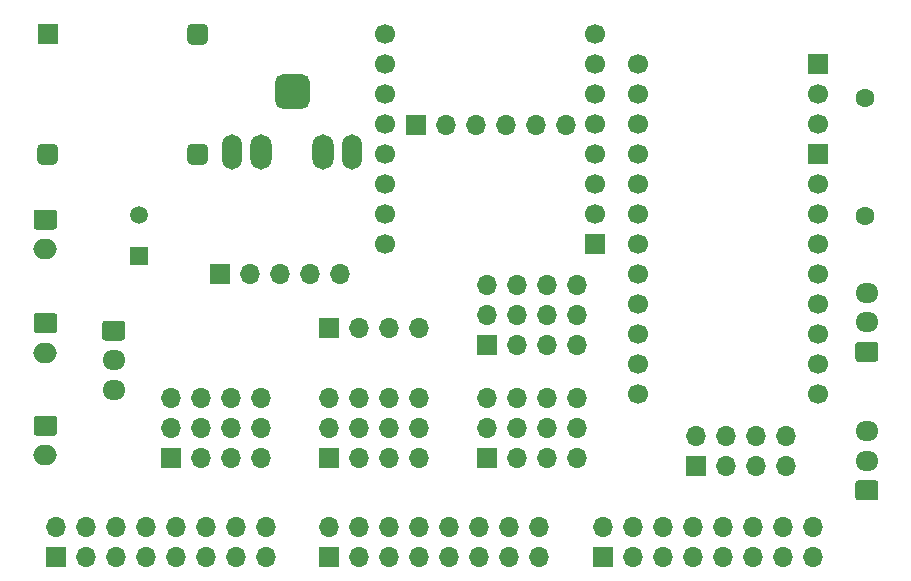
<source format=gbr>
%TF.GenerationSoftware,KiCad,Pcbnew,5.1.10*%
%TF.CreationDate,2021-06-07T03:59:32+08:00*%
%TF.ProjectId,HappyAAC-Type-A,48617070-7941-4414-932d-547970652d41,2d*%
%TF.SameCoordinates,Original*%
%TF.FileFunction,Soldermask,Bot*%
%TF.FilePolarity,Negative*%
%FSLAX46Y46*%
G04 Gerber Fmt 4.6, Leading zero omitted, Abs format (unit mm)*
G04 Created by KiCad (PCBNEW 5.1.10) date 2021-06-07 03:59:32*
%MOMM*%
%LPD*%
G01*
G04 APERTURE LIST*
%ADD10C,1.700000*%
%ADD11R,1.700000X1.700000*%
%ADD12O,1.700000X1.700000*%
%ADD13R,1.800000X1.800000*%
%ADD14O,1.700000X3.000000*%
%ADD15O,1.800000X3.000000*%
%ADD16C,1.500000*%
%ADD17R,1.500000X1.500000*%
%ADD18O,1.950000X1.700000*%
%ADD19C,1.600000*%
%ADD20O,2.000000X1.700000*%
G04 APERTURE END LIST*
D10*
%TO.C,U3*%
X117602600Y-56261000D03*
X117602600Y-58801000D03*
X117602600Y-51181000D03*
X117602600Y-53721000D03*
X132842600Y-51181000D03*
X132842600Y-56261000D03*
X132842600Y-58801000D03*
X132842600Y-53721000D03*
X117602600Y-30861000D03*
X117602600Y-33401000D03*
X117602600Y-35941000D03*
X117602600Y-38481000D03*
X117602600Y-41021000D03*
X117602600Y-43561000D03*
X117602600Y-46101000D03*
X117602600Y-48641000D03*
X132842600Y-48641000D03*
X132842600Y-46101000D03*
X132842600Y-43561000D03*
X132842600Y-41021000D03*
D11*
X132842600Y-38481000D03*
D10*
X132842600Y-35941000D03*
X132842600Y-33401000D03*
D11*
X132842600Y-30861000D03*
%TD*%
D12*
%TO.C,J11*%
X111556800Y-35991800D03*
X109016800Y-35991800D03*
X106476800Y-35991800D03*
X103936800Y-35991800D03*
X101396800Y-35991800D03*
D11*
X98856800Y-35991800D03*
%TD*%
%TO.C,U2*%
G36*
G01*
X79440200Y-28771000D02*
X79440200Y-27871000D01*
G75*
G02*
X79890200Y-27421000I450000J0D01*
G01*
X80790200Y-27421000D01*
G75*
G02*
X81240200Y-27871000I0J-450000D01*
G01*
X81240200Y-28771000D01*
G75*
G02*
X80790200Y-29221000I-450000J0D01*
G01*
X79890200Y-29221000D01*
G75*
G02*
X79440200Y-28771000I0J450000D01*
G01*
G37*
G36*
G01*
X79440200Y-38931000D02*
X79440200Y-38031000D01*
G75*
G02*
X79890200Y-37581000I450000J0D01*
G01*
X80790200Y-37581000D01*
G75*
G02*
X81240200Y-38031000I0J-450000D01*
G01*
X81240200Y-38931000D01*
G75*
G02*
X80790200Y-39381000I-450000J0D01*
G01*
X79890200Y-39381000D01*
G75*
G02*
X79440200Y-38931000I0J450000D01*
G01*
G37*
G36*
G01*
X66740200Y-38931000D02*
X66740200Y-38031000D01*
G75*
G02*
X67190200Y-37581000I450000J0D01*
G01*
X68090200Y-37581000D01*
G75*
G02*
X68540200Y-38031000I0J-450000D01*
G01*
X68540200Y-38931000D01*
G75*
G02*
X68090200Y-39381000I-450000J0D01*
G01*
X67190200Y-39381000D01*
G75*
G02*
X66740200Y-38931000I0J450000D01*
G01*
G37*
D13*
X67640200Y-28321000D03*
%TD*%
%TO.C,J18*%
G36*
G01*
X89866600Y-32417000D02*
X89866600Y-33917000D01*
G75*
G02*
X89116600Y-34667000I-750000J0D01*
G01*
X87616600Y-34667000D01*
G75*
G02*
X86866600Y-33917000I0J750000D01*
G01*
X86866600Y-32417000D01*
G75*
G02*
X87616600Y-31667000I750000J0D01*
G01*
X89116600Y-31667000D01*
G75*
G02*
X89866600Y-32417000I0J-750000D01*
G01*
G37*
D14*
X93451600Y-38267000D03*
X83281600Y-38277800D03*
D15*
X90996600Y-38267000D03*
X85736600Y-38267000D03*
%TD*%
D16*
%TO.C,C1*%
X75387200Y-43601700D03*
D17*
X75387200Y-47101700D03*
%TD*%
D18*
%TO.C,J1*%
X137004000Y-61941100D03*
X137004000Y-64441100D03*
G36*
G01*
X137729000Y-67791100D02*
X136279000Y-67791100D01*
G75*
G02*
X136029000Y-67541100I0J250000D01*
G01*
X136029000Y-66341100D01*
G75*
G02*
X136279000Y-66091100I250000J0D01*
G01*
X137729000Y-66091100D01*
G75*
G02*
X137979000Y-66341100I0J-250000D01*
G01*
X137979000Y-67541100D01*
G75*
G02*
X137729000Y-67791100I-250000J0D01*
G01*
G37*
%TD*%
%TO.C,J2*%
X73228200Y-58403500D03*
X73228200Y-55903500D03*
G36*
G01*
X72503200Y-52553500D02*
X73953200Y-52553500D01*
G75*
G02*
X74203200Y-52803500I0J-250000D01*
G01*
X74203200Y-54003500D01*
G75*
G02*
X73953200Y-54253500I-250000J0D01*
G01*
X72503200Y-54253500D01*
G75*
G02*
X72253200Y-54003500I0J250000D01*
G01*
X72253200Y-52803500D01*
G75*
G02*
X72503200Y-52553500I250000J0D01*
G01*
G37*
%TD*%
%TO.C,J3*%
X137004000Y-50206900D03*
X137004000Y-52706900D03*
G36*
G01*
X137729000Y-56056900D02*
X136279000Y-56056900D01*
G75*
G02*
X136029000Y-55806900I0J250000D01*
G01*
X136029000Y-54606900D01*
G75*
G02*
X136279000Y-54356900I250000J0D01*
G01*
X137729000Y-54356900D01*
G75*
G02*
X137979000Y-54606900I0J-250000D01*
G01*
X137979000Y-55806900D01*
G75*
G02*
X137729000Y-56056900I-250000J0D01*
G01*
G37*
%TD*%
D19*
%TO.C,R1*%
X136804000Y-43705700D03*
X136804000Y-33705700D03*
%TD*%
D12*
%TO.C,J4*%
X130162000Y-62372200D03*
X130162000Y-64912200D03*
X127622000Y-62372200D03*
X127622000Y-64912200D03*
X125082000Y-62372200D03*
X125082000Y-64912200D03*
X122542000Y-62372200D03*
D11*
X122542000Y-64912200D03*
%TD*%
%TO.C,J5*%
X68306400Y-72585900D03*
D12*
X68306400Y-70045900D03*
X70846400Y-72585900D03*
X70846400Y-70045900D03*
X73386400Y-72585900D03*
X73386400Y-70045900D03*
X75926400Y-72585900D03*
X75926400Y-70045900D03*
X78466400Y-72585900D03*
X78466400Y-70045900D03*
X81006400Y-72585900D03*
X81006400Y-70045900D03*
X83546400Y-72585900D03*
X83546400Y-70045900D03*
X86086400Y-72585900D03*
X86086400Y-70045900D03*
%TD*%
%TO.C,J14_GPIO1*%
X109944300Y-49583300D03*
X107404300Y-49583300D03*
X104864300Y-49583300D03*
X112484300Y-49583300D03*
X112497000Y-52123300D03*
X112497000Y-54663300D03*
X109957000Y-52123300D03*
X109957000Y-54663300D03*
X107417000Y-52123300D03*
X107417000Y-54663300D03*
X104877000Y-52123300D03*
D11*
X104877000Y-54663300D03*
%TD*%
%TO.C,J15_GPIO2*%
X78066900Y-64185800D03*
D12*
X78066900Y-61645800D03*
X80606900Y-64185800D03*
X80606900Y-61645800D03*
X83146900Y-64185800D03*
X83146900Y-61645800D03*
X85686900Y-64185800D03*
X85686900Y-61645800D03*
X85674200Y-59105800D03*
X78054200Y-59105800D03*
X80594200Y-59105800D03*
X83134200Y-59105800D03*
%TD*%
D11*
%TO.C,J16_GPIO3*%
X91471900Y-64173100D03*
D12*
X91471900Y-61633100D03*
X94011900Y-64173100D03*
X94011900Y-61633100D03*
X96551900Y-64173100D03*
X96551900Y-61633100D03*
X99091900Y-64173100D03*
X99091900Y-61633100D03*
X99079200Y-59093100D03*
X91459200Y-59093100D03*
X93999200Y-59093100D03*
X96539200Y-59093100D03*
%TD*%
%TO.C,J17_GPIO4*%
X109944300Y-59093100D03*
X107404300Y-59093100D03*
X104864300Y-59093100D03*
X112484300Y-59093100D03*
X112497000Y-61633100D03*
X112497000Y-64173100D03*
X109957000Y-61633100D03*
X109957000Y-64173100D03*
X107417000Y-61633100D03*
X107417000Y-64173100D03*
X104877000Y-61633100D03*
D11*
X104877000Y-64173100D03*
%TD*%
D10*
%TO.C,U1*%
X96215000Y-46101000D03*
X96215000Y-43561000D03*
X96215000Y-41021000D03*
X96215000Y-38481000D03*
X96215000Y-35941000D03*
X96215000Y-33401000D03*
X96215000Y-30861000D03*
X96215000Y-28321000D03*
X113995000Y-28321000D03*
X113995000Y-30861000D03*
X113995000Y-33401000D03*
X113995000Y-35941000D03*
X113995000Y-38481000D03*
X113995000Y-41021000D03*
X113995000Y-43561000D03*
D11*
X113995000Y-46101000D03*
%TD*%
%TO.C,J12*%
X82219800Y-48602900D03*
D12*
X84759800Y-48602900D03*
X87299800Y-48602900D03*
X89839800Y-48602900D03*
X92379800Y-48602900D03*
%TD*%
D11*
%TO.C,J13*%
X91478100Y-53213000D03*
D12*
X94018100Y-53213000D03*
X96558100Y-53213000D03*
X99098100Y-53213000D03*
%TD*%
%TO.C,J6*%
X109248700Y-70045900D03*
X109248700Y-72585900D03*
X106708700Y-70045900D03*
X106708700Y-72585900D03*
X104168700Y-70045900D03*
X104168700Y-72585900D03*
X101628700Y-70045900D03*
X101628700Y-72585900D03*
X99088700Y-70045900D03*
X99088700Y-72585900D03*
X96548700Y-70045900D03*
X96548700Y-72585900D03*
X94008700Y-70045900D03*
X94008700Y-72585900D03*
X91468700Y-70045900D03*
D11*
X91468700Y-72585900D03*
%TD*%
%TO.C,J7*%
X114631000Y-72585900D03*
D12*
X114631000Y-70045900D03*
X117171000Y-72585900D03*
X117171000Y-70045900D03*
X119711000Y-72585900D03*
X119711000Y-70045900D03*
X122251000Y-72585900D03*
X122251000Y-70045900D03*
X124791000Y-72585900D03*
X124791000Y-70045900D03*
X127331000Y-72585900D03*
X127331000Y-70045900D03*
X129871000Y-72585900D03*
X129871000Y-70045900D03*
X132411000Y-72585900D03*
X132411000Y-70045900D03*
%TD*%
%TO.C,J8*%
G36*
G01*
X66695400Y-43155200D02*
X68195400Y-43155200D01*
G75*
G02*
X68445400Y-43405200I0J-250000D01*
G01*
X68445400Y-44605200D01*
G75*
G02*
X68195400Y-44855200I-250000J0D01*
G01*
X66695400Y-44855200D01*
G75*
G02*
X66445400Y-44605200I0J250000D01*
G01*
X66445400Y-43405200D01*
G75*
G02*
X66695400Y-43155200I250000J0D01*
G01*
G37*
D20*
X67445400Y-46505200D03*
%TD*%
%TO.C,J9*%
G36*
G01*
X66695400Y-51917300D02*
X68195400Y-51917300D01*
G75*
G02*
X68445400Y-52167300I0J-250000D01*
G01*
X68445400Y-53367300D01*
G75*
G02*
X68195400Y-53617300I-250000J0D01*
G01*
X66695400Y-53617300D01*
G75*
G02*
X66445400Y-53367300I0J250000D01*
G01*
X66445400Y-52167300D01*
G75*
G02*
X66695400Y-51917300I250000J0D01*
G01*
G37*
X67445400Y-55267300D03*
%TD*%
%TO.C,J10*%
X67445400Y-63965900D03*
G36*
G01*
X66695400Y-60615900D02*
X68195400Y-60615900D01*
G75*
G02*
X68445400Y-60865900I0J-250000D01*
G01*
X68445400Y-62065900D01*
G75*
G02*
X68195400Y-62315900I-250000J0D01*
G01*
X66695400Y-62315900D01*
G75*
G02*
X66445400Y-62065900I0J250000D01*
G01*
X66445400Y-60865900D01*
G75*
G02*
X66695400Y-60615900I250000J0D01*
G01*
G37*
%TD*%
M02*

</source>
